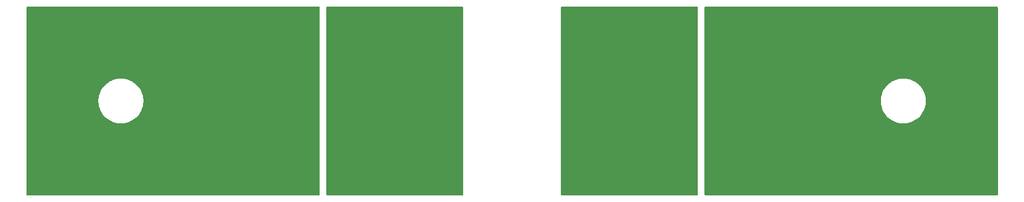
<source format=gbr>
%TF.GenerationSoftware,KiCad,Pcbnew,8.0.2*%
%TF.CreationDate,2024-11-13T23:04:45+01:00*%
%TF.ProjectId,megabiels,6d656761-6269-4656-9c73-2e6b69636164,rev?*%
%TF.SameCoordinates,Original*%
%TF.FileFunction,Copper,L2,Bot*%
%TF.FilePolarity,Positive*%
%FSLAX46Y46*%
G04 Gerber Fmt 4.6, Leading zero omitted, Abs format (unit mm)*
G04 Created by KiCad (PCBNEW 8.0.2) date 2024-11-13 23:04:45*
%MOMM*%
%LPD*%
G01*
G04 APERTURE LIST*
%TA.AperFunction,ViaPad*%
%ADD10C,0.600000*%
%TD*%
G04 APERTURE END LIST*
D10*
%TO.N,/A*%
X179000000Y-79500000D03*
X92000000Y-85000000D03*
X146500000Y-105000000D03*
X158000000Y-80000000D03*
X154500000Y-94000000D03*
X96500000Y-88000000D03*
X150000000Y-84000000D03*
X96500000Y-90000000D03*
X146000000Y-88500000D03*
X154500000Y-98000000D03*
X150000000Y-99000000D03*
X106500000Y-92000000D03*
X150000000Y-104000000D03*
X150000000Y-105000000D03*
X155500000Y-106000000D03*
X99000000Y-79500000D03*
X164000000Y-79500000D03*
X161000000Y-105500000D03*
X154500000Y-93000000D03*
X160000000Y-100500000D03*
X92000000Y-82000000D03*
X150000000Y-80000000D03*
X97500000Y-101000000D03*
X150000000Y-82000000D03*
X158000000Y-100000000D03*
X187000000Y-105500000D03*
X96500000Y-92000000D03*
X96500000Y-101000000D03*
X99000000Y-100500000D03*
X150000000Y-89000000D03*
X150000000Y-88000000D03*
X92000000Y-98000000D03*
X89000000Y-95500000D03*
X150000000Y-103000000D03*
X96500000Y-96000000D03*
X161000000Y-102500000D03*
X150000000Y-90000000D03*
X154500000Y-80000000D03*
X154500000Y-82000000D03*
X161000000Y-101500000D03*
X161000000Y-104500000D03*
X96500000Y-84000000D03*
X150000000Y-106000000D03*
X96500000Y-106000000D03*
X92000000Y-99000000D03*
X187000000Y-80000000D03*
X150000000Y-81000000D03*
X170000000Y-106500000D03*
X92000000Y-89000000D03*
X105500000Y-84000000D03*
X96500000Y-85000000D03*
X188000000Y-92500000D03*
X154500000Y-92000000D03*
X155500000Y-105000000D03*
X103000000Y-105500000D03*
X102500000Y-106500000D03*
X150000000Y-96000000D03*
X96500000Y-97000000D03*
X150000000Y-92000000D03*
X103000000Y-103500000D03*
X92000000Y-101000000D03*
X92000000Y-97000000D03*
X92000000Y-79000000D03*
X154500000Y-101000000D03*
X150000000Y-85000000D03*
X97500000Y-104500000D03*
X150000000Y-91000000D03*
X154500000Y-96000000D03*
X177500000Y-106000000D03*
X188000000Y-86000000D03*
X154500000Y-107000000D03*
X146500000Y-96000000D03*
X92000000Y-107000000D03*
X156000000Y-100500000D03*
X96500000Y-89000000D03*
X97500000Y-102500000D03*
X105500000Y-106000000D03*
X146000000Y-79500000D03*
X154500000Y-90000000D03*
X154500000Y-99000000D03*
X96500000Y-86000000D03*
X96500000Y-99000000D03*
X150000000Y-83000000D03*
X96500000Y-87000000D03*
X92000000Y-104000000D03*
X101000000Y-100500000D03*
X159000000Y-100000000D03*
X154500000Y-104000000D03*
X155500000Y-102000000D03*
X92000000Y-81000000D03*
X154500000Y-105000000D03*
X96500000Y-102000000D03*
X150000000Y-102000000D03*
X150000000Y-93000000D03*
X154500000Y-87000000D03*
X154500000Y-83000000D03*
X154500000Y-85000000D03*
X154500000Y-79000000D03*
X96500000Y-105000000D03*
X92000000Y-88000000D03*
X92000000Y-102000000D03*
X150000000Y-87000000D03*
X171000000Y-79500000D03*
X96500000Y-83000000D03*
X89000000Y-103500000D03*
X96500000Y-91000000D03*
X96500000Y-100000000D03*
X154500000Y-86000000D03*
X92000000Y-103000000D03*
X96500000Y-98000000D03*
X92000000Y-80000000D03*
X154500000Y-88000000D03*
X92000000Y-94000000D03*
X92000000Y-95000000D03*
X92000000Y-91000000D03*
X150000000Y-79000000D03*
X88500000Y-86500000D03*
X96500000Y-103000000D03*
X157000000Y-100000000D03*
X96500000Y-80000000D03*
X106500000Y-101000000D03*
X150000000Y-101000000D03*
X92000000Y-92000000D03*
X96500000Y-104000000D03*
X150000000Y-100000000D03*
X150000000Y-98000000D03*
X154500000Y-95000000D03*
X155500000Y-103000000D03*
X92000000Y-83000000D03*
X150000000Y-107000000D03*
X92000000Y-106000000D03*
X96500000Y-94000000D03*
X150000000Y-94000000D03*
X92000000Y-93000000D03*
X92000000Y-87000000D03*
X96500000Y-81000000D03*
X92000000Y-90000000D03*
X96500000Y-107000000D03*
X155500000Y-104000000D03*
X154500000Y-102000000D03*
X97500000Y-107000000D03*
X150000000Y-86000000D03*
X102500000Y-101500000D03*
X103500000Y-79500000D03*
X150000000Y-97000000D03*
X92000000Y-105000000D03*
X154500000Y-81000000D03*
X154500000Y-89000000D03*
X154500000Y-106000000D03*
X92000000Y-84000000D03*
X92000000Y-86000000D03*
X96500000Y-79000000D03*
X96500000Y-95000000D03*
X154500000Y-103000000D03*
X160500000Y-106500000D03*
X154500000Y-100000000D03*
X165500000Y-106500000D03*
X96500000Y-82000000D03*
X161000000Y-103500000D03*
X154500000Y-84000000D03*
X154500000Y-91000000D03*
X92000000Y-100000000D03*
X154500000Y-97000000D03*
X156000000Y-107000000D03*
X92000000Y-96000000D03*
X89500000Y-80500000D03*
X188000000Y-100500000D03*
X150000000Y-95000000D03*
X96500000Y-93000000D03*
%TO.N,/B*%
X74500000Y-107000000D03*
X138000000Y-98000000D03*
X138000000Y-92000000D03*
X133500000Y-91000000D03*
X69500000Y-100500000D03*
X75500000Y-81000000D03*
X80000000Y-90000000D03*
X138000000Y-93000000D03*
X133500000Y-95000000D03*
X75500000Y-82000000D03*
X133500000Y-83000000D03*
X80000000Y-99000000D03*
X57000000Y-106000000D03*
X80000000Y-79000000D03*
X80000000Y-93000000D03*
X133500000Y-79000000D03*
X133500000Y-88000000D03*
X75500000Y-89000000D03*
X138000000Y-103000000D03*
X138000000Y-84000000D03*
X138000000Y-95000000D03*
X133500000Y-97000000D03*
X133500000Y-85000000D03*
X80000000Y-91000000D03*
X138000000Y-80000000D03*
X75500000Y-106000000D03*
X133500000Y-86000000D03*
X80000000Y-101000000D03*
X62500000Y-80000000D03*
X138000000Y-87000000D03*
X133500000Y-100000000D03*
X75500000Y-90000000D03*
X80000000Y-98000000D03*
X127500000Y-100500000D03*
X138000000Y-86000000D03*
X138000000Y-94000000D03*
X133500000Y-106000000D03*
X75500000Y-103000000D03*
X133500000Y-84000000D03*
X80000000Y-100000000D03*
X80000000Y-105000000D03*
X49000000Y-80500000D03*
X133500000Y-90000000D03*
X80000000Y-102000000D03*
X69000000Y-104500000D03*
X133500000Y-98000000D03*
X66500000Y-86500000D03*
X80000000Y-87000000D03*
X138000000Y-106000000D03*
X80000000Y-88000000D03*
X130000000Y-80000000D03*
X75500000Y-100000000D03*
X127000000Y-103000000D03*
X138000000Y-89000000D03*
X138000000Y-104000000D03*
X83000000Y-105000000D03*
X133500000Y-94000000D03*
X75500000Y-91000000D03*
X80000000Y-96000000D03*
X73500000Y-100000000D03*
X75500000Y-87000000D03*
X80000000Y-85000000D03*
X80000000Y-106000000D03*
X138000000Y-83000000D03*
X75500000Y-94000000D03*
X138000000Y-85000000D03*
X124500000Y-87000000D03*
X138000000Y-96000000D03*
X80000000Y-82000000D03*
X80000000Y-83000000D03*
X133500000Y-92000000D03*
X65000000Y-105000000D03*
X75500000Y-105000000D03*
X49500000Y-105500000D03*
X80000000Y-89000000D03*
X82500000Y-96000000D03*
X41500000Y-105500000D03*
X67000000Y-95000000D03*
X133500000Y-93000000D03*
X138000000Y-82000000D03*
X133500000Y-105000000D03*
X138000000Y-79000000D03*
X70000000Y-107000000D03*
X133500000Y-99000000D03*
X138000000Y-102000000D03*
X138000000Y-90000000D03*
X138000000Y-107000000D03*
X133500000Y-107000000D03*
X80000000Y-95000000D03*
X133500000Y-101000000D03*
X80000000Y-104000000D03*
X127500000Y-106500000D03*
X80000000Y-103000000D03*
X133500000Y-81000000D03*
X138000000Y-105000000D03*
X138000000Y-100000000D03*
X75500000Y-104000000D03*
X138000000Y-97000000D03*
X69000000Y-106000000D03*
X71500000Y-100000000D03*
X138000000Y-101000000D03*
X138000000Y-81000000D03*
X75500000Y-95000000D03*
X75500000Y-99000000D03*
X75500000Y-101000000D03*
X75500000Y-85000000D03*
X138000000Y-99000000D03*
X133500000Y-87000000D03*
X133500000Y-102000000D03*
X75500000Y-80000000D03*
X75500000Y-96000000D03*
X138000000Y-91000000D03*
X75500000Y-86000000D03*
X69000000Y-102000000D03*
X42000000Y-87000000D03*
X124500000Y-105500000D03*
X132000000Y-100000000D03*
X75500000Y-88000000D03*
X80000000Y-86000000D03*
X133500000Y-80000000D03*
X75500000Y-93000000D03*
X124500000Y-80500000D03*
X80000000Y-97000000D03*
X133500000Y-82000000D03*
X133500000Y-89000000D03*
X133500000Y-104000000D03*
X80000000Y-94000000D03*
X132500000Y-107000000D03*
X80000000Y-81000000D03*
X41500000Y-80500000D03*
X127000000Y-102000000D03*
X124000000Y-96000000D03*
X130500000Y-100000000D03*
X75500000Y-97000000D03*
X127000000Y-104000000D03*
X80000000Y-80000000D03*
X138000000Y-88000000D03*
X75500000Y-83000000D03*
X127000000Y-105500000D03*
X75500000Y-102000000D03*
X133500000Y-103000000D03*
X75500000Y-79000000D03*
X129000000Y-100000000D03*
X80000000Y-107000000D03*
X133500000Y-96000000D03*
X42000000Y-96500000D03*
X82500000Y-86500000D03*
X80000000Y-92000000D03*
X82500000Y-81000000D03*
X72500000Y-80000000D03*
X75500000Y-107000000D03*
X75500000Y-98000000D03*
X80000000Y-84000000D03*
X75500000Y-84000000D03*
X75500000Y-92000000D03*
%TD*%
%TA.AperFunction,Conductor*%
%TO.N,/B*%
G36*
X143443039Y-78520185D02*
G01*
X143488794Y-78572989D01*
X143500000Y-78624500D01*
X143500000Y-107375500D01*
X143480315Y-107442539D01*
X143427511Y-107488294D01*
X143376000Y-107499500D01*
X122624000Y-107499500D01*
X122556961Y-107479815D01*
X122511206Y-107427011D01*
X122500000Y-107375500D01*
X122500000Y-78624500D01*
X122519685Y-78557461D01*
X122572489Y-78511706D01*
X122624000Y-78500500D01*
X143376000Y-78500500D01*
X143443039Y-78520185D01*
G37*
%TD.AperFunction*%
%TD*%
%TA.AperFunction,Conductor*%
%TO.N,/A*%
G36*
X107443039Y-78520185D02*
G01*
X107488794Y-78572989D01*
X107500000Y-78624500D01*
X107500000Y-107375500D01*
X107480315Y-107442539D01*
X107427511Y-107488294D01*
X107376000Y-107499500D01*
X86624000Y-107499500D01*
X86556961Y-107479815D01*
X86511206Y-107427011D01*
X86500000Y-107375500D01*
X86500000Y-78624500D01*
X86519685Y-78557461D01*
X86572489Y-78511706D01*
X86624000Y-78500500D01*
X107376000Y-78500500D01*
X107443039Y-78520185D01*
G37*
%TD.AperFunction*%
%TD*%
%TA.AperFunction,Conductor*%
%TO.N,/B*%
G36*
X85443039Y-78520185D02*
G01*
X85488794Y-78572989D01*
X85500000Y-78624500D01*
X85500000Y-107375500D01*
X85480315Y-107442539D01*
X85427511Y-107488294D01*
X85376000Y-107499500D01*
X40624500Y-107499500D01*
X40557461Y-107479815D01*
X40511706Y-107427011D01*
X40500500Y-107375500D01*
X40500500Y-92830491D01*
X51549500Y-92830491D01*
X51549500Y-93169508D01*
X51582729Y-93506901D01*
X51648870Y-93839410D01*
X51747284Y-94163841D01*
X51877024Y-94477060D01*
X51877026Y-94477065D01*
X52036831Y-94776039D01*
X52036842Y-94776057D01*
X52225184Y-95057930D01*
X52225194Y-95057944D01*
X52440269Y-95320014D01*
X52679985Y-95559730D01*
X52679990Y-95559734D01*
X52679991Y-95559735D01*
X52942061Y-95774810D01*
X53223949Y-95963162D01*
X53223958Y-95963167D01*
X53223960Y-95963168D01*
X53522934Y-96122973D01*
X53522936Y-96122973D01*
X53522942Y-96122977D01*
X53836160Y-96252716D01*
X54160586Y-96351129D01*
X54493096Y-96417270D01*
X54830488Y-96450500D01*
X54830491Y-96450500D01*
X55169509Y-96450500D01*
X55169512Y-96450500D01*
X55506904Y-96417270D01*
X55839414Y-96351129D01*
X56163840Y-96252716D01*
X56477058Y-96122977D01*
X56776051Y-95963162D01*
X57057939Y-95774810D01*
X57320009Y-95559735D01*
X57559735Y-95320009D01*
X57774810Y-95057939D01*
X57963162Y-94776051D01*
X58122977Y-94477058D01*
X58252716Y-94163840D01*
X58351129Y-93839414D01*
X58417270Y-93506904D01*
X58450500Y-93169512D01*
X58450500Y-92830488D01*
X58417270Y-92493096D01*
X58351129Y-92160586D01*
X58252716Y-91836160D01*
X58122977Y-91522942D01*
X57963162Y-91223949D01*
X57774810Y-90942061D01*
X57559735Y-90679991D01*
X57559734Y-90679990D01*
X57559730Y-90679985D01*
X57320014Y-90440269D01*
X57057944Y-90225194D01*
X57057943Y-90225193D01*
X57057939Y-90225190D01*
X56776051Y-90036838D01*
X56776046Y-90036835D01*
X56776039Y-90036831D01*
X56477065Y-89877026D01*
X56477060Y-89877024D01*
X56163841Y-89747284D01*
X55973382Y-89689509D01*
X55839414Y-89648871D01*
X55839411Y-89648870D01*
X55839410Y-89648870D01*
X55506901Y-89582729D01*
X55269199Y-89559318D01*
X55169512Y-89549500D01*
X54830488Y-89549500D01*
X54739738Y-89558437D01*
X54493098Y-89582729D01*
X54160589Y-89648870D01*
X53836158Y-89747284D01*
X53522939Y-89877024D01*
X53522934Y-89877026D01*
X53223960Y-90036831D01*
X53223942Y-90036842D01*
X52942069Y-90225184D01*
X52942055Y-90225194D01*
X52679985Y-90440269D01*
X52440269Y-90679985D01*
X52225194Y-90942055D01*
X52225184Y-90942069D01*
X52036842Y-91223942D01*
X52036831Y-91223960D01*
X51877026Y-91522934D01*
X51877024Y-91522939D01*
X51747284Y-91836158D01*
X51648870Y-92160589D01*
X51582729Y-92493098D01*
X51549500Y-92830491D01*
X40500500Y-92830491D01*
X40500500Y-78624500D01*
X40520185Y-78557461D01*
X40572989Y-78511706D01*
X40624500Y-78500500D01*
X85376000Y-78500500D01*
X85443039Y-78520185D01*
G37*
%TD.AperFunction*%
%TD*%
%TA.AperFunction,Conductor*%
%TO.N,/A*%
G36*
X189442539Y-78520185D02*
G01*
X189488294Y-78572989D01*
X189499500Y-78624500D01*
X189499500Y-107375500D01*
X189479815Y-107442539D01*
X189427011Y-107488294D01*
X189375500Y-107499500D01*
X144624000Y-107499500D01*
X144556961Y-107479815D01*
X144511206Y-107427011D01*
X144500000Y-107375500D01*
X144500000Y-92830491D01*
X171549500Y-92830491D01*
X171549500Y-93169508D01*
X171582729Y-93506901D01*
X171648870Y-93839410D01*
X171747284Y-94163841D01*
X171877024Y-94477060D01*
X171877026Y-94477065D01*
X172036831Y-94776039D01*
X172036842Y-94776057D01*
X172225184Y-95057930D01*
X172225194Y-95057944D01*
X172440269Y-95320014D01*
X172679985Y-95559730D01*
X172679990Y-95559734D01*
X172679991Y-95559735D01*
X172942061Y-95774810D01*
X173223949Y-95963162D01*
X173223958Y-95963167D01*
X173223960Y-95963168D01*
X173522934Y-96122973D01*
X173522936Y-96122973D01*
X173522942Y-96122977D01*
X173836160Y-96252716D01*
X174160586Y-96351129D01*
X174493096Y-96417270D01*
X174830488Y-96450500D01*
X174830491Y-96450500D01*
X175169509Y-96450500D01*
X175169512Y-96450500D01*
X175506904Y-96417270D01*
X175839414Y-96351129D01*
X176163840Y-96252716D01*
X176477058Y-96122977D01*
X176776051Y-95963162D01*
X177057939Y-95774810D01*
X177320009Y-95559735D01*
X177559735Y-95320009D01*
X177774810Y-95057939D01*
X177963162Y-94776051D01*
X178122977Y-94477058D01*
X178252716Y-94163840D01*
X178351129Y-93839414D01*
X178417270Y-93506904D01*
X178450500Y-93169512D01*
X178450500Y-92830488D01*
X178417270Y-92493096D01*
X178351129Y-92160586D01*
X178252716Y-91836160D01*
X178122977Y-91522942D01*
X177963162Y-91223949D01*
X177774810Y-90942061D01*
X177559735Y-90679991D01*
X177559734Y-90679990D01*
X177559730Y-90679985D01*
X177320014Y-90440269D01*
X177057944Y-90225194D01*
X177057943Y-90225193D01*
X177057939Y-90225190D01*
X176776051Y-90036838D01*
X176776046Y-90036835D01*
X176776039Y-90036831D01*
X176477065Y-89877026D01*
X176477060Y-89877024D01*
X176163841Y-89747284D01*
X175973382Y-89689509D01*
X175839414Y-89648871D01*
X175839411Y-89648870D01*
X175839410Y-89648870D01*
X175506901Y-89582729D01*
X175269199Y-89559318D01*
X175169512Y-89549500D01*
X174830488Y-89549500D01*
X174739738Y-89558437D01*
X174493098Y-89582729D01*
X174160589Y-89648870D01*
X173836158Y-89747284D01*
X173522939Y-89877024D01*
X173522934Y-89877026D01*
X173223960Y-90036831D01*
X173223942Y-90036842D01*
X172942069Y-90225184D01*
X172942055Y-90225194D01*
X172679985Y-90440269D01*
X172440269Y-90679985D01*
X172225194Y-90942055D01*
X172225184Y-90942069D01*
X172036842Y-91223942D01*
X172036831Y-91223960D01*
X171877026Y-91522934D01*
X171877024Y-91522939D01*
X171747284Y-91836158D01*
X171648870Y-92160589D01*
X171582729Y-92493098D01*
X171549500Y-92830491D01*
X144500000Y-92830491D01*
X144500000Y-78624500D01*
X144519685Y-78557461D01*
X144572489Y-78511706D01*
X144624000Y-78500500D01*
X189375500Y-78500500D01*
X189442539Y-78520185D01*
G37*
%TD.AperFunction*%
%TD*%
M02*

</source>
